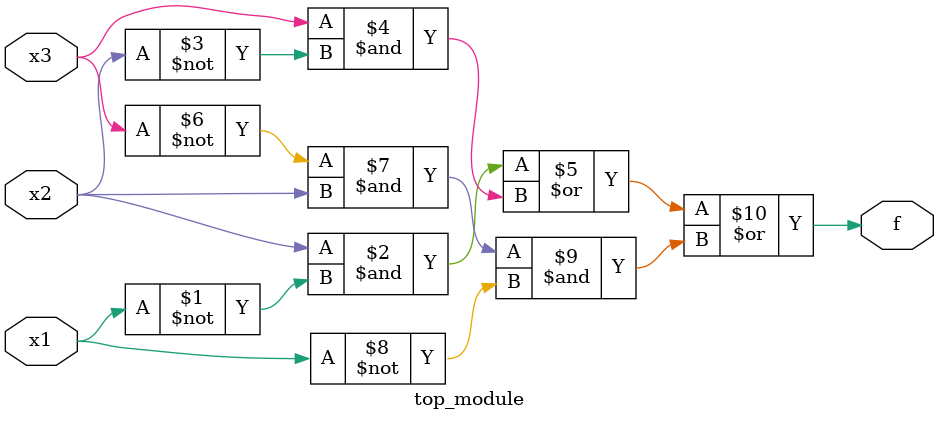
<source format=sv>
module top_module (
	input x3,
	input x2,
	input x1,
	output f
);
	
	// Logic to implement the truth table
	assign f = (x2 & ~x1) | (x3 & ~x2) | (~x3 & x2 & ~x1);

endmodule

</source>
